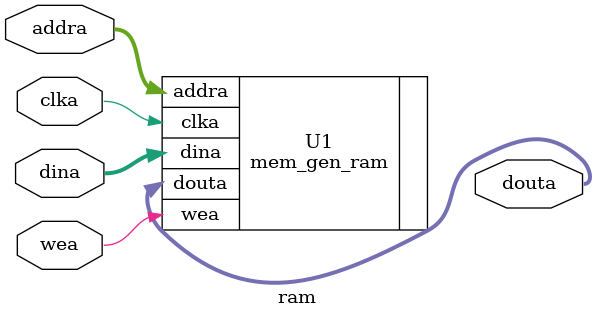
<source format=v>
`timescale 1ns / 1ps

/*
    Name: Klay Adams
    R-Number: R-11679660
    Assignment: Project 4
*/

module ram(
    input clka, // Declare clock input signal
    input wea, // Declare write enable input signal
    input [31:0] addra, // Declare address input signal
    input [31:0] dina, // Declare data input signal
    output [0:31] douta // Declare data output signal
    );
    
// Xilinx IP usage with their instatntiation template      
    
mem_gen_ram U1 (
  .clka(clka),            // Input wire clka
  .wea(wea),              // Input wire [0 : 0] wea
  .addra(addra),          // Input wire [3 : 0] addra
  .dina(dina),            // Input wire [3 : 0] dina
  .douta(douta)          // Output wire [3 : 0] douta
);
endmodule

</source>
